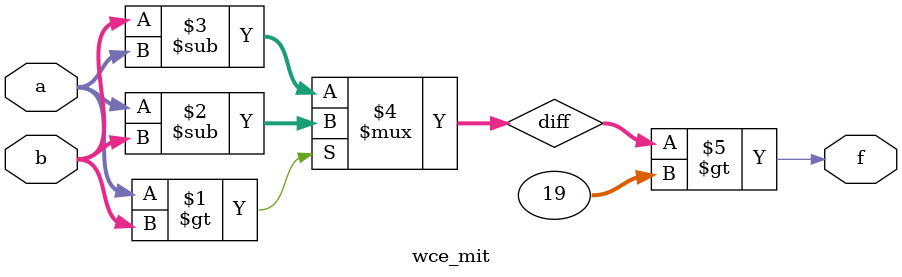
<source format=v>
module wce_mit(a, b, f);
parameter _bit = 8;
parameter wce = 19;
input [_bit - 1: 0] a;
input [_bit - 1: 0] b;
output f;
wire [_bit - 1: 0] diff;
assign diff = (a > b)? (a - b): (b - a);
assign f = (diff > wce);
endmodule

</source>
